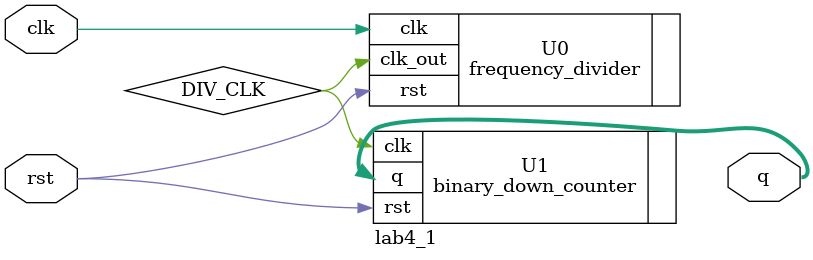
<source format=v>
`timescale 1ns / 1ps

`define BCD_COUNTER_BITS 4
`define RST_HIGH 1'b1

module lab4_1(
    q,
    rst,
    clk
    );
    output [`BCD_COUNTER_BITS-1:0]q;
    input rst;
    input clk;
    
//    reg [`BCD_COUNTER_BITS-1:0]q;
    wire DIV_CLK;
    
    frequency_divider U0(.clk(clk), .rst(rst), .clk_out(DIV_CLK));
    binary_down_counter U1(.clk(DIV_CLK), .rst(rst), .q(q));
endmodule

</source>
